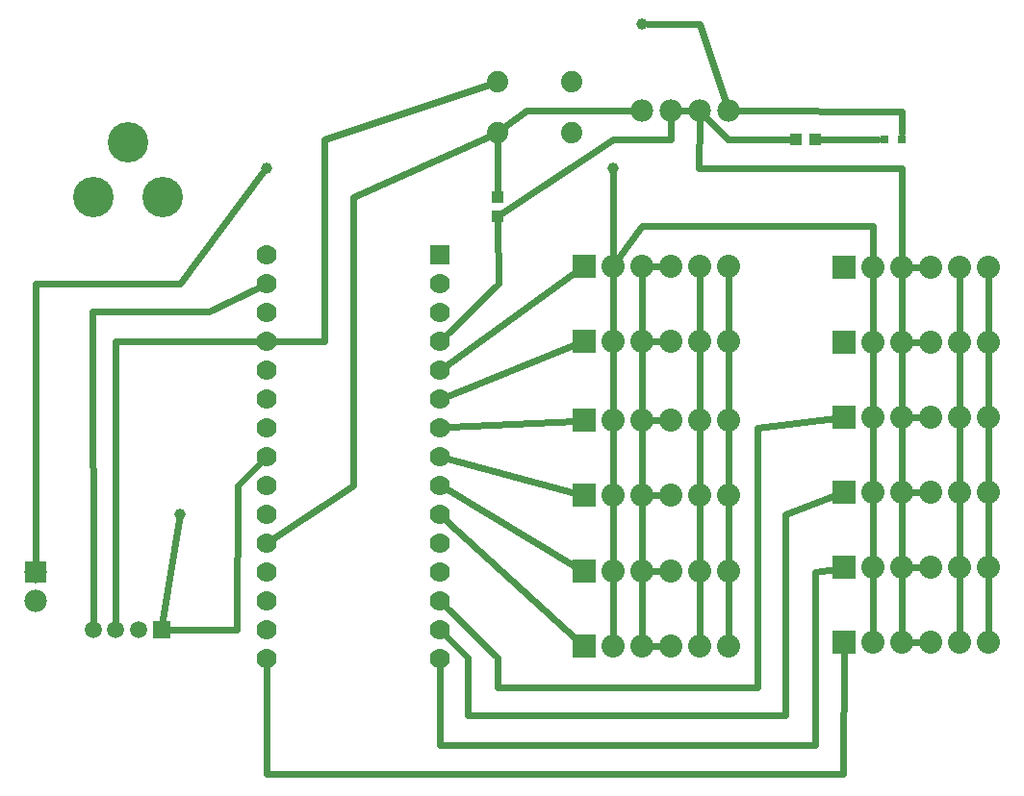
<source format=gtl>
G04 MADE WITH FRITZING*
G04 WWW.FRITZING.ORG*
G04 DOUBLE SIDED*
G04 HOLES PLATED*
G04 CONTOUR ON CENTER OF CONTOUR VECTOR*
%ASAXBY*%
%FSLAX23Y23*%
%MOIN*%
%OFA0B0*%
%SFA1.0B1.0*%
%ADD10C,0.078000*%
%ADD11C,0.080000*%
%ADD12C,0.039370*%
%ADD13C,0.059200*%
%ADD14C,0.070000*%
%ADD15C,0.074000*%
%ADD16C,0.140000*%
%ADD17R,0.078000X0.078000*%
%ADD18R,0.039370X0.043307*%
%ADD19R,0.043307X0.039370*%
%ADD20R,0.080000X0.080000*%
%ADD21R,0.031496X0.031496*%
%ADD22R,0.059200X0.059200*%
%ADD23R,0.069972X0.070000*%
%ADD24C,0.024000*%
%LNCOPPER1*%
G90*
G70*
G54D10*
X120Y787D03*
X120Y687D03*
G54D11*
X2020Y1052D03*
X2120Y1052D03*
X2220Y1052D03*
X2320Y1052D03*
X2420Y1052D03*
X2520Y1052D03*
X2020Y529D03*
X2120Y529D03*
X2220Y529D03*
X2320Y529D03*
X2420Y529D03*
X2520Y529D03*
X2020Y789D03*
X2120Y789D03*
X2220Y789D03*
X2320Y789D03*
X2420Y789D03*
X2520Y789D03*
X2020Y1312D03*
X2120Y1312D03*
X2220Y1312D03*
X2320Y1312D03*
X2420Y1312D03*
X2520Y1312D03*
X2920Y543D03*
X3020Y543D03*
X3120Y543D03*
X3220Y543D03*
X3320Y543D03*
X3420Y543D03*
X2020Y1587D03*
X2120Y1587D03*
X2220Y1587D03*
X2320Y1587D03*
X2420Y1587D03*
X2520Y1587D03*
X2020Y1847D03*
X2120Y1847D03*
X2220Y1847D03*
X2320Y1847D03*
X2420Y1847D03*
X2520Y1847D03*
X2920Y803D03*
X3020Y803D03*
X3120Y803D03*
X3220Y803D03*
X3320Y803D03*
X3420Y803D03*
X2920Y1323D03*
X3020Y1323D03*
X3120Y1323D03*
X3220Y1323D03*
X3320Y1323D03*
X3420Y1323D03*
X2920Y1063D03*
X3020Y1063D03*
X3120Y1063D03*
X3220Y1063D03*
X3320Y1063D03*
X3420Y1063D03*
X2920Y1585D03*
X3020Y1585D03*
X3120Y1585D03*
X3220Y1585D03*
X3320Y1585D03*
X3420Y1585D03*
X2920Y1845D03*
X3020Y1845D03*
X3120Y1845D03*
X3220Y1845D03*
X3320Y1845D03*
X3420Y1845D03*
G54D12*
X620Y987D03*
X920Y2187D03*
X2220Y2687D03*
G54D13*
X556Y587D03*
X320Y587D03*
X398Y587D03*
X477Y587D03*
G54D14*
X1520Y1887D03*
X1520Y1787D03*
X1520Y1687D03*
X1520Y1587D03*
X1520Y1487D03*
X1520Y1387D03*
X1520Y1287D03*
X1520Y1187D03*
X1520Y1087D03*
X1520Y987D03*
X1520Y887D03*
X1520Y787D03*
X1520Y687D03*
X1520Y587D03*
X1520Y487D03*
X920Y1887D03*
X920Y1787D03*
X920Y1687D03*
X920Y1587D03*
X920Y1487D03*
X920Y1387D03*
X920Y1287D03*
X920Y1187D03*
X920Y1087D03*
X920Y987D03*
X920Y887D03*
X920Y787D03*
X920Y687D03*
X920Y587D03*
X920Y487D03*
X1520Y1887D03*
X1520Y1787D03*
X1520Y1687D03*
X1520Y1587D03*
X1520Y1487D03*
X1520Y1387D03*
X1520Y1287D03*
X1520Y1187D03*
X1520Y1087D03*
X1520Y987D03*
X1520Y887D03*
X1520Y787D03*
X1520Y687D03*
X1520Y587D03*
X1520Y487D03*
X920Y1887D03*
X920Y1787D03*
X920Y1687D03*
X920Y1587D03*
X920Y1487D03*
X920Y1387D03*
X920Y1287D03*
X920Y1187D03*
X920Y1087D03*
X920Y987D03*
X920Y887D03*
X920Y787D03*
X920Y687D03*
X920Y587D03*
X920Y487D03*
G54D15*
X1720Y2487D03*
X1976Y2487D03*
X1720Y2309D03*
X1976Y2309D03*
X1720Y2487D03*
X1976Y2487D03*
X1720Y2309D03*
X1976Y2309D03*
G54D10*
X2520Y2387D03*
X2420Y2387D03*
X2320Y2387D03*
X2220Y2387D03*
G54D16*
X560Y2087D03*
X320Y2087D03*
X440Y2277D03*
X560Y2087D03*
X320Y2087D03*
X440Y2277D03*
G54D12*
X2120Y2187D03*
G54D17*
X120Y787D03*
G54D18*
X1720Y2087D03*
X1720Y2020D03*
G54D19*
X2820Y2287D03*
X2753Y2287D03*
G54D20*
X2020Y1052D03*
X2020Y529D03*
X2020Y789D03*
X2020Y1312D03*
X2920Y543D03*
X2020Y1587D03*
X2020Y1847D03*
X2920Y803D03*
X2920Y1323D03*
X2920Y1063D03*
X2920Y1585D03*
X2920Y1845D03*
G54D21*
X3061Y2287D03*
X3120Y2287D03*
G54D22*
X556Y587D03*
G54D23*
X1520Y1887D03*
X1520Y1887D03*
G54D24*
X2620Y1286D02*
X2620Y387D01*
D02*
X2620Y387D02*
X1721Y387D01*
D02*
X1721Y387D02*
X1721Y489D01*
D02*
X1721Y489D02*
X1540Y667D01*
D02*
X2889Y1319D02*
X2620Y1286D01*
D02*
X1997Y550D02*
X1541Y968D01*
D02*
X1993Y805D02*
X1545Y1072D01*
D02*
X1990Y1060D02*
X1548Y1180D01*
D02*
X1989Y1310D02*
X1549Y1289D01*
D02*
X1991Y1576D02*
X1547Y1398D01*
D02*
X1994Y1829D02*
X1543Y1504D01*
D02*
X2518Y2288D02*
X2737Y2287D01*
D02*
X2441Y2366D02*
X2518Y2288D01*
D02*
X2836Y2287D02*
X3037Y2287D01*
D02*
X3120Y2311D02*
X3121Y2385D01*
D02*
X3121Y2385D02*
X2550Y2387D01*
D02*
X2918Y88D02*
X2920Y512D01*
D02*
X919Y88D02*
X2918Y88D01*
D02*
X920Y458D02*
X919Y88D01*
D02*
X2718Y988D02*
X2718Y289D01*
D02*
X2821Y788D02*
X2821Y186D01*
D02*
X2718Y289D02*
X1618Y289D01*
D02*
X1618Y289D02*
X1618Y489D01*
D02*
X1618Y489D02*
X1540Y567D01*
D02*
X2821Y186D02*
X1520Y186D01*
D02*
X1520Y186D02*
X1520Y458D01*
D02*
X2889Y798D02*
X2821Y788D01*
D02*
X2891Y1052D02*
X2718Y988D01*
D02*
X1720Y2103D02*
X1720Y2278D01*
D02*
X1221Y1088D02*
X944Y903D01*
D02*
X1221Y2088D02*
X1221Y1088D01*
D02*
X1691Y2297D02*
X1221Y2088D01*
D02*
X1120Y2286D02*
X1120Y1588D01*
D02*
X1120Y1588D02*
X949Y1587D01*
D02*
X1690Y2477D02*
X1120Y2286D01*
D02*
X721Y1689D02*
X318Y1689D01*
D02*
X318Y1689D02*
X320Y614D01*
D02*
X894Y1774D02*
X721Y1689D01*
D02*
X398Y1587D02*
X398Y614D01*
D02*
X891Y1587D02*
X398Y1587D01*
D02*
X617Y968D02*
X561Y622D01*
D02*
X620Y1786D02*
X120Y1786D01*
D02*
X120Y1786D02*
X120Y817D01*
D02*
X908Y2172D02*
X620Y1786D01*
D02*
X2390Y2387D02*
X2350Y2387D01*
D02*
X2420Y2687D02*
X2239Y2687D01*
D02*
X2510Y2416D02*
X2420Y2687D01*
D02*
X818Y588D02*
X591Y587D01*
D02*
X819Y1088D02*
X818Y588D01*
D02*
X899Y1167D02*
X819Y1088D01*
D02*
X1734Y2030D02*
X2120Y2288D01*
D02*
X2319Y2288D02*
X2319Y2357D01*
D02*
X2120Y2288D02*
X2319Y2288D01*
D02*
X1722Y1788D02*
X1720Y2004D01*
D02*
X1540Y1608D02*
X1722Y1788D01*
D02*
X2289Y529D02*
X2251Y529D01*
D02*
X2289Y789D02*
X2251Y789D01*
D02*
X2289Y1052D02*
X2251Y1052D01*
D02*
X2289Y1312D02*
X2251Y1312D01*
D02*
X2289Y1587D02*
X2251Y1587D01*
D02*
X2289Y1847D02*
X2251Y1847D01*
D02*
X3189Y1845D02*
X3151Y1845D01*
D02*
X3189Y1585D02*
X3151Y1585D01*
D02*
X3189Y1323D02*
X3151Y1323D01*
D02*
X3189Y1063D02*
X3151Y1063D01*
D02*
X3189Y803D02*
X3151Y803D01*
D02*
X3189Y543D02*
X3151Y543D01*
D02*
X3120Y772D02*
X3120Y574D01*
D02*
X3120Y834D02*
X3120Y1032D01*
D02*
X3120Y1354D02*
X3120Y1554D01*
D02*
X3120Y1094D02*
X3120Y1292D01*
D02*
X3120Y1616D02*
X3120Y1814D01*
D02*
X2220Y1618D02*
X2220Y1816D01*
D02*
X2220Y1556D02*
X2220Y1343D01*
D02*
X2220Y1280D02*
X2220Y1083D01*
D02*
X2220Y1021D02*
X2220Y820D01*
D02*
X2220Y758D02*
X2220Y560D01*
D02*
X2120Y758D02*
X2120Y560D01*
D02*
X2120Y820D02*
X2120Y1021D01*
D02*
X2120Y1083D02*
X2120Y1280D01*
D02*
X2120Y1343D02*
X2120Y1556D01*
D02*
X2120Y1618D02*
X2120Y1816D01*
D02*
X1819Y2388D02*
X2190Y2387D01*
D02*
X1744Y2329D02*
X1819Y2388D01*
D02*
X3021Y1987D02*
X2219Y1987D01*
D02*
X2219Y1987D02*
X2138Y1872D01*
D02*
X3020Y1876D02*
X3021Y1987D01*
D02*
X2120Y1878D02*
X2120Y2168D01*
D02*
X3020Y1814D02*
X3020Y1616D01*
D02*
X3020Y1554D02*
X3020Y1354D01*
D02*
X3020Y1292D02*
X3020Y1094D01*
D02*
X3020Y1032D02*
X3020Y834D01*
D02*
X3020Y772D02*
X3020Y574D01*
D02*
X2420Y758D02*
X2420Y560D01*
D02*
X2420Y820D02*
X2420Y1021D01*
D02*
X2420Y1083D02*
X2420Y1280D01*
D02*
X2420Y1343D02*
X2420Y1556D01*
D02*
X2420Y1618D02*
X2420Y1816D01*
D02*
X2520Y1618D02*
X2520Y1816D01*
D02*
X2520Y1556D02*
X2520Y1343D01*
D02*
X2520Y1280D02*
X2520Y1083D01*
D02*
X2520Y1021D02*
X2520Y820D01*
D02*
X2520Y758D02*
X2520Y560D01*
D02*
X3320Y772D02*
X3320Y574D01*
D02*
X3420Y772D02*
X3420Y574D01*
D02*
X3420Y834D02*
X3420Y1032D01*
D02*
X3320Y834D02*
X3320Y1032D01*
D02*
X3320Y1094D02*
X3320Y1292D01*
D02*
X3420Y1094D02*
X3420Y1292D01*
D02*
X3420Y1354D02*
X3420Y1554D01*
D02*
X3320Y1354D02*
X3320Y1554D01*
D02*
X3320Y1616D02*
X3320Y1814D01*
D02*
X3420Y1616D02*
X3420Y1814D01*
D02*
X3120Y1876D02*
X3121Y2188D01*
D02*
X3121Y2188D02*
X2418Y2188D01*
D02*
X2418Y2188D02*
X2419Y2357D01*
G04 End of Copper1*
M02*
</source>
